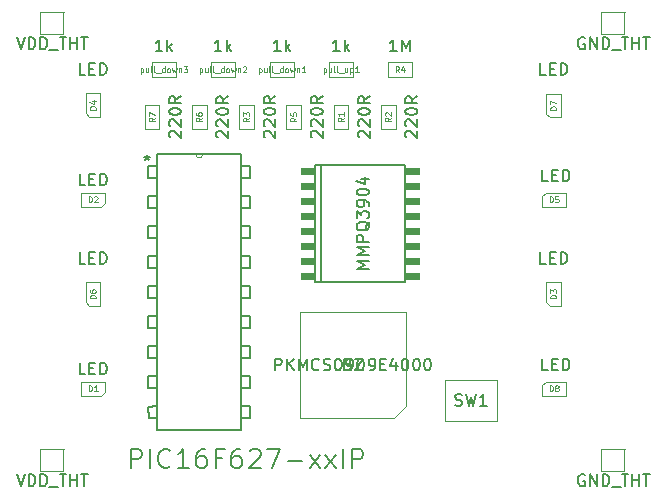
<source format=gbr>
%TF.GenerationSoftware,KiCad,Pcbnew,(6.0.9)*%
%TF.CreationDate,2023-11-13T18:20:47-08:00*%
%TF.ProjectId,music_card,6d757369-635f-4636-9172-642e6b696361,rev?*%
%TF.SameCoordinates,Original*%
%TF.FileFunction,AssemblyDrawing,Top*%
%FSLAX46Y46*%
G04 Gerber Fmt 4.6, Leading zero omitted, Abs format (unit mm)*
G04 Created by KiCad (PCBNEW (6.0.9)) date 2023-11-13 18:20:47*
%MOMM*%
%LPD*%
G01*
G04 APERTURE LIST*
%ADD10C,0.150000*%
%ADD11C,0.080000*%
%ADD12C,0.100000*%
%ADD13C,0.203200*%
%ADD14C,0.010000*%
%ADD15C,0.025400*%
%ADD16C,0.152400*%
G04 APERTURE END LIST*
D10*
%TO.C,D8*%
X156532142Y-123452380D02*
X156055952Y-123452380D01*
X156055952Y-122452380D01*
X156865476Y-122928571D02*
X157198809Y-122928571D01*
X157341666Y-123452380D02*
X156865476Y-123452380D01*
X156865476Y-122452380D01*
X157341666Y-122452380D01*
X157770238Y-123452380D02*
X157770238Y-122452380D01*
X158008333Y-122452380D01*
X158151190Y-122500000D01*
X158246428Y-122595238D01*
X158294047Y-122690476D01*
X158341666Y-122880952D01*
X158341666Y-123023809D01*
X158294047Y-123214285D01*
X158246428Y-123309523D01*
X158151190Y-123404761D01*
X158008333Y-123452380D01*
X157770238Y-123452380D01*
D11*
X156655952Y-125226190D02*
X156655952Y-124726190D01*
X156775000Y-124726190D01*
X156846428Y-124750000D01*
X156894047Y-124797619D01*
X156917857Y-124845238D01*
X156941666Y-124940476D01*
X156941666Y-125011904D01*
X156917857Y-125107142D01*
X156894047Y-125154761D01*
X156846428Y-125202380D01*
X156775000Y-125226190D01*
X156655952Y-125226190D01*
X157227380Y-124940476D02*
X157179761Y-124916666D01*
X157155952Y-124892857D01*
X157132142Y-124845238D01*
X157132142Y-124821428D01*
X157155952Y-124773809D01*
X157179761Y-124750000D01*
X157227380Y-124726190D01*
X157322619Y-124726190D01*
X157370238Y-124750000D01*
X157394047Y-124773809D01*
X157417857Y-124821428D01*
X157417857Y-124845238D01*
X157394047Y-124892857D01*
X157370238Y-124916666D01*
X157322619Y-124940476D01*
X157227380Y-124940476D01*
X157179761Y-124964285D01*
X157155952Y-124988095D01*
X157132142Y-125035714D01*
X157132142Y-125130952D01*
X157155952Y-125178571D01*
X157179761Y-125202380D01*
X157227380Y-125226190D01*
X157322619Y-125226190D01*
X157370238Y-125202380D01*
X157394047Y-125178571D01*
X157417857Y-125130952D01*
X157417857Y-125035714D01*
X157394047Y-124988095D01*
X157370238Y-124964285D01*
X157322619Y-124940476D01*
D10*
%TO.C,VDD_THT2*%
X111550000Y-95252380D02*
X111883333Y-96252380D01*
X112216666Y-95252380D01*
X112550000Y-96252380D02*
X112550000Y-95252380D01*
X112788095Y-95252380D01*
X112930952Y-95300000D01*
X113026190Y-95395238D01*
X113073809Y-95490476D01*
X113121428Y-95680952D01*
X113121428Y-95823809D01*
X113073809Y-96014285D01*
X113026190Y-96109523D01*
X112930952Y-96204761D01*
X112788095Y-96252380D01*
X112550000Y-96252380D01*
X113550000Y-96252380D02*
X113550000Y-95252380D01*
X113788095Y-95252380D01*
X113930952Y-95300000D01*
X114026190Y-95395238D01*
X114073809Y-95490476D01*
X114121428Y-95680952D01*
X114121428Y-95823809D01*
X114073809Y-96014285D01*
X114026190Y-96109523D01*
X113930952Y-96204761D01*
X113788095Y-96252380D01*
X113550000Y-96252380D01*
X114311904Y-96347619D02*
X115073809Y-96347619D01*
X115169047Y-95252380D02*
X115740476Y-95252380D01*
X115454761Y-96252380D02*
X115454761Y-95252380D01*
X116073809Y-96252380D02*
X116073809Y-95252380D01*
X116073809Y-95728571D02*
X116645238Y-95728571D01*
X116645238Y-96252380D02*
X116645238Y-95252380D01*
X116978571Y-95252380D02*
X117550000Y-95252380D01*
X117264285Y-96252380D02*
X117264285Y-95252380D01*
%TO.C,R7*%
X124547619Y-103738095D02*
X124500000Y-103690476D01*
X124452380Y-103595238D01*
X124452380Y-103357142D01*
X124500000Y-103261904D01*
X124547619Y-103214285D01*
X124642857Y-103166666D01*
X124738095Y-103166666D01*
X124880952Y-103214285D01*
X125452380Y-103785714D01*
X125452380Y-103166666D01*
X124547619Y-102785714D02*
X124500000Y-102738095D01*
X124452380Y-102642857D01*
X124452380Y-102404761D01*
X124500000Y-102309523D01*
X124547619Y-102261904D01*
X124642857Y-102214285D01*
X124738095Y-102214285D01*
X124880952Y-102261904D01*
X125452380Y-102833333D01*
X125452380Y-102214285D01*
X124452380Y-101595238D02*
X124452380Y-101500000D01*
X124500000Y-101404761D01*
X124547619Y-101357142D01*
X124642857Y-101309523D01*
X124833333Y-101261904D01*
X125071428Y-101261904D01*
X125261904Y-101309523D01*
X125357142Y-101357142D01*
X125404761Y-101404761D01*
X125452380Y-101500000D01*
X125452380Y-101595238D01*
X125404761Y-101690476D01*
X125357142Y-101738095D01*
X125261904Y-101785714D01*
X125071428Y-101833333D01*
X124833333Y-101833333D01*
X124642857Y-101785714D01*
X124547619Y-101738095D01*
X124500000Y-101690476D01*
X124452380Y-101595238D01*
X125452380Y-100261904D02*
X124976190Y-100595238D01*
X125452380Y-100833333D02*
X124452380Y-100833333D01*
X124452380Y-100452380D01*
X124500000Y-100357142D01*
X124547619Y-100309523D01*
X124642857Y-100261904D01*
X124785714Y-100261904D01*
X124880952Y-100309523D01*
X124928571Y-100357142D01*
X124976190Y-100452380D01*
X124976190Y-100833333D01*
D11*
X123226190Y-102083333D02*
X122988095Y-102250000D01*
X123226190Y-102369047D02*
X122726190Y-102369047D01*
X122726190Y-102178571D01*
X122750000Y-102130952D01*
X122773809Y-102107142D01*
X122821428Y-102083333D01*
X122892857Y-102083333D01*
X122940476Y-102107142D01*
X122964285Y-102130952D01*
X122988095Y-102178571D01*
X122988095Y-102369047D01*
X122726190Y-101916666D02*
X122726190Y-101583333D01*
X123226190Y-101797619D01*
D10*
%TO.C,U1*%
X141337380Y-114833333D02*
X140337380Y-114833333D01*
X141051666Y-114500000D01*
X140337380Y-114166666D01*
X141337380Y-114166666D01*
X141337380Y-113690476D02*
X140337380Y-113690476D01*
X141051666Y-113357142D01*
X140337380Y-113023809D01*
X141337380Y-113023809D01*
X141337380Y-112547619D02*
X140337380Y-112547619D01*
X140337380Y-112166666D01*
X140385000Y-112071428D01*
X140432619Y-112023809D01*
X140527857Y-111976190D01*
X140670714Y-111976190D01*
X140765952Y-112023809D01*
X140813571Y-112071428D01*
X140861190Y-112166666D01*
X140861190Y-112547619D01*
X141432619Y-110880952D02*
X141385000Y-110976190D01*
X141289761Y-111071428D01*
X141146904Y-111214285D01*
X141099285Y-111309523D01*
X141099285Y-111404761D01*
X141337380Y-111357142D02*
X141289761Y-111452380D01*
X141194523Y-111547619D01*
X141004047Y-111595238D01*
X140670714Y-111595238D01*
X140480238Y-111547619D01*
X140385000Y-111452380D01*
X140337380Y-111357142D01*
X140337380Y-111166666D01*
X140385000Y-111071428D01*
X140480238Y-110976190D01*
X140670714Y-110928571D01*
X141004047Y-110928571D01*
X141194523Y-110976190D01*
X141289761Y-111071428D01*
X141337380Y-111166666D01*
X141337380Y-111357142D01*
X140337380Y-110595238D02*
X140337380Y-109976190D01*
X140718333Y-110309523D01*
X140718333Y-110166666D01*
X140765952Y-110071428D01*
X140813571Y-110023809D01*
X140908809Y-109976190D01*
X141146904Y-109976190D01*
X141242142Y-110023809D01*
X141289761Y-110071428D01*
X141337380Y-110166666D01*
X141337380Y-110452380D01*
X141289761Y-110547619D01*
X141242142Y-110595238D01*
X141337380Y-109500000D02*
X141337380Y-109309523D01*
X141289761Y-109214285D01*
X141242142Y-109166666D01*
X141099285Y-109071428D01*
X140908809Y-109023809D01*
X140527857Y-109023809D01*
X140432619Y-109071428D01*
X140385000Y-109119047D01*
X140337380Y-109214285D01*
X140337380Y-109404761D01*
X140385000Y-109500000D01*
X140432619Y-109547619D01*
X140527857Y-109595238D01*
X140765952Y-109595238D01*
X140861190Y-109547619D01*
X140908809Y-109500000D01*
X140956428Y-109404761D01*
X140956428Y-109214285D01*
X140908809Y-109119047D01*
X140861190Y-109071428D01*
X140765952Y-109023809D01*
X140337380Y-108404761D02*
X140337380Y-108309523D01*
X140385000Y-108214285D01*
X140432619Y-108166666D01*
X140527857Y-108119047D01*
X140718333Y-108071428D01*
X140956428Y-108071428D01*
X141146904Y-108119047D01*
X141242142Y-108166666D01*
X141289761Y-108214285D01*
X141337380Y-108309523D01*
X141337380Y-108404761D01*
X141289761Y-108500000D01*
X141242142Y-108547619D01*
X141146904Y-108595238D01*
X140956428Y-108642857D01*
X140718333Y-108642857D01*
X140527857Y-108595238D01*
X140432619Y-108547619D01*
X140385000Y-108500000D01*
X140337380Y-108404761D01*
X140670714Y-107214285D02*
X141337380Y-107214285D01*
X140289761Y-107452380D02*
X141004047Y-107690476D01*
X141004047Y-107071428D01*
%TO.C,D6*%
X117357142Y-114452380D02*
X116880952Y-114452380D01*
X116880952Y-113452380D01*
X117690476Y-113928571D02*
X118023809Y-113928571D01*
X118166666Y-114452380D02*
X117690476Y-114452380D01*
X117690476Y-113452380D01*
X118166666Y-113452380D01*
X118595238Y-114452380D02*
X118595238Y-113452380D01*
X118833333Y-113452380D01*
X118976190Y-113500000D01*
X119071428Y-113595238D01*
X119119047Y-113690476D01*
X119166666Y-113880952D01*
X119166666Y-114023809D01*
X119119047Y-114214285D01*
X119071428Y-114309523D01*
X118976190Y-114404761D01*
X118833333Y-114452380D01*
X118595238Y-114452380D01*
D11*
X118226190Y-117369047D02*
X117726190Y-117369047D01*
X117726190Y-117250000D01*
X117750000Y-117178571D01*
X117797619Y-117130952D01*
X117845238Y-117107142D01*
X117940476Y-117083333D01*
X118011904Y-117083333D01*
X118107142Y-117107142D01*
X118154761Y-117130952D01*
X118202380Y-117178571D01*
X118226190Y-117250000D01*
X118226190Y-117369047D01*
X117726190Y-116654761D02*
X117726190Y-116750000D01*
X117750000Y-116797619D01*
X117773809Y-116821428D01*
X117845238Y-116869047D01*
X117940476Y-116892857D01*
X118130952Y-116892857D01*
X118178571Y-116869047D01*
X118202380Y-116845238D01*
X118226190Y-116797619D01*
X118226190Y-116702380D01*
X118202380Y-116654761D01*
X118178571Y-116630952D01*
X118130952Y-116607142D01*
X118011904Y-116607142D01*
X117964285Y-116630952D01*
X117940476Y-116654761D01*
X117916666Y-116702380D01*
X117916666Y-116797619D01*
X117940476Y-116845238D01*
X117964285Y-116869047D01*
X118011904Y-116892857D01*
D10*
%TO.C,GND_THT1*%
X159621428Y-95300000D02*
X159526190Y-95252380D01*
X159383333Y-95252380D01*
X159240476Y-95300000D01*
X159145238Y-95395238D01*
X159097619Y-95490476D01*
X159050000Y-95680952D01*
X159050000Y-95823809D01*
X159097619Y-96014285D01*
X159145238Y-96109523D01*
X159240476Y-96204761D01*
X159383333Y-96252380D01*
X159478571Y-96252380D01*
X159621428Y-96204761D01*
X159669047Y-96157142D01*
X159669047Y-95823809D01*
X159478571Y-95823809D01*
X160097619Y-96252380D02*
X160097619Y-95252380D01*
X160669047Y-96252380D01*
X160669047Y-95252380D01*
X161145238Y-96252380D02*
X161145238Y-95252380D01*
X161383333Y-95252380D01*
X161526190Y-95300000D01*
X161621428Y-95395238D01*
X161669047Y-95490476D01*
X161716666Y-95680952D01*
X161716666Y-95823809D01*
X161669047Y-96014285D01*
X161621428Y-96109523D01*
X161526190Y-96204761D01*
X161383333Y-96252380D01*
X161145238Y-96252380D01*
X161907142Y-96347619D02*
X162669047Y-96347619D01*
X162764285Y-95252380D02*
X163335714Y-95252380D01*
X163050000Y-96252380D02*
X163050000Y-95252380D01*
X163669047Y-96252380D02*
X163669047Y-95252380D01*
X163669047Y-95728571D02*
X164240476Y-95728571D01*
X164240476Y-96252380D02*
X164240476Y-95252380D01*
X164573809Y-95252380D02*
X165145238Y-95252380D01*
X164859523Y-96252380D02*
X164859523Y-95252380D01*
%TO.C,R1*%
X140547619Y-103738095D02*
X140500000Y-103690476D01*
X140452380Y-103595238D01*
X140452380Y-103357142D01*
X140500000Y-103261904D01*
X140547619Y-103214285D01*
X140642857Y-103166666D01*
X140738095Y-103166666D01*
X140880952Y-103214285D01*
X141452380Y-103785714D01*
X141452380Y-103166666D01*
X140547619Y-102785714D02*
X140500000Y-102738095D01*
X140452380Y-102642857D01*
X140452380Y-102404761D01*
X140500000Y-102309523D01*
X140547619Y-102261904D01*
X140642857Y-102214285D01*
X140738095Y-102214285D01*
X140880952Y-102261904D01*
X141452380Y-102833333D01*
X141452380Y-102214285D01*
X140452380Y-101595238D02*
X140452380Y-101500000D01*
X140500000Y-101404761D01*
X140547619Y-101357142D01*
X140642857Y-101309523D01*
X140833333Y-101261904D01*
X141071428Y-101261904D01*
X141261904Y-101309523D01*
X141357142Y-101357142D01*
X141404761Y-101404761D01*
X141452380Y-101500000D01*
X141452380Y-101595238D01*
X141404761Y-101690476D01*
X141357142Y-101738095D01*
X141261904Y-101785714D01*
X141071428Y-101833333D01*
X140833333Y-101833333D01*
X140642857Y-101785714D01*
X140547619Y-101738095D01*
X140500000Y-101690476D01*
X140452380Y-101595238D01*
X141452380Y-100261904D02*
X140976190Y-100595238D01*
X141452380Y-100833333D02*
X140452380Y-100833333D01*
X140452380Y-100452380D01*
X140500000Y-100357142D01*
X140547619Y-100309523D01*
X140642857Y-100261904D01*
X140785714Y-100261904D01*
X140880952Y-100309523D01*
X140928571Y-100357142D01*
X140976190Y-100452380D01*
X140976190Y-100833333D01*
D11*
X139226190Y-102083333D02*
X138988095Y-102250000D01*
X139226190Y-102369047D02*
X138726190Y-102369047D01*
X138726190Y-102178571D01*
X138750000Y-102130952D01*
X138773809Y-102107142D01*
X138821428Y-102083333D01*
X138892857Y-102083333D01*
X138940476Y-102107142D01*
X138964285Y-102130952D01*
X138988095Y-102178571D01*
X138988095Y-102369047D01*
X139226190Y-101607142D02*
X139226190Y-101892857D01*
X139226190Y-101750000D02*
X138726190Y-101750000D01*
X138797619Y-101797619D01*
X138845238Y-101845238D01*
X138869047Y-101892857D01*
D10*
%TO.C,D3*%
X156357142Y-114452380D02*
X155880952Y-114452380D01*
X155880952Y-113452380D01*
X156690476Y-113928571D02*
X157023809Y-113928571D01*
X157166666Y-114452380D02*
X156690476Y-114452380D01*
X156690476Y-113452380D01*
X157166666Y-113452380D01*
X157595238Y-114452380D02*
X157595238Y-113452380D01*
X157833333Y-113452380D01*
X157976190Y-113500000D01*
X158071428Y-113595238D01*
X158119047Y-113690476D01*
X158166666Y-113880952D01*
X158166666Y-114023809D01*
X158119047Y-114214285D01*
X158071428Y-114309523D01*
X157976190Y-114404761D01*
X157833333Y-114452380D01*
X157595238Y-114452380D01*
D11*
X157226190Y-117369047D02*
X156726190Y-117369047D01*
X156726190Y-117250000D01*
X156750000Y-117178571D01*
X156797619Y-117130952D01*
X156845238Y-117107142D01*
X156940476Y-117083333D01*
X157011904Y-117083333D01*
X157107142Y-117107142D01*
X157154761Y-117130952D01*
X157202380Y-117178571D01*
X157226190Y-117250000D01*
X157226190Y-117369047D01*
X156726190Y-116916666D02*
X156726190Y-116607142D01*
X156916666Y-116773809D01*
X156916666Y-116702380D01*
X156940476Y-116654761D01*
X156964285Y-116630952D01*
X157011904Y-116607142D01*
X157130952Y-116607142D01*
X157178571Y-116630952D01*
X157202380Y-116654761D01*
X157226190Y-116702380D01*
X157226190Y-116845238D01*
X157202380Y-116892857D01*
X157178571Y-116916666D01*
D10*
%TO.C,GND_THT2*%
X159621428Y-132300000D02*
X159526190Y-132252380D01*
X159383333Y-132252380D01*
X159240476Y-132300000D01*
X159145238Y-132395238D01*
X159097619Y-132490476D01*
X159050000Y-132680952D01*
X159050000Y-132823809D01*
X159097619Y-133014285D01*
X159145238Y-133109523D01*
X159240476Y-133204761D01*
X159383333Y-133252380D01*
X159478571Y-133252380D01*
X159621428Y-133204761D01*
X159669047Y-133157142D01*
X159669047Y-132823809D01*
X159478571Y-132823809D01*
X160097619Y-133252380D02*
X160097619Y-132252380D01*
X160669047Y-133252380D01*
X160669047Y-132252380D01*
X161145238Y-133252380D02*
X161145238Y-132252380D01*
X161383333Y-132252380D01*
X161526190Y-132300000D01*
X161621428Y-132395238D01*
X161669047Y-132490476D01*
X161716666Y-132680952D01*
X161716666Y-132823809D01*
X161669047Y-133014285D01*
X161621428Y-133109523D01*
X161526190Y-133204761D01*
X161383333Y-133252380D01*
X161145238Y-133252380D01*
X161907142Y-133347619D02*
X162669047Y-133347619D01*
X162764285Y-132252380D02*
X163335714Y-132252380D01*
X163050000Y-133252380D02*
X163050000Y-132252380D01*
X163669047Y-133252380D02*
X163669047Y-132252380D01*
X163669047Y-132728571D02*
X164240476Y-132728571D01*
X164240476Y-133252380D02*
X164240476Y-132252380D01*
X164573809Y-132252380D02*
X165145238Y-132252380D01*
X164859523Y-133252380D02*
X164859523Y-132252380D01*
%TO.C,R3*%
X132547619Y-103738095D02*
X132500000Y-103690476D01*
X132452380Y-103595238D01*
X132452380Y-103357142D01*
X132500000Y-103261904D01*
X132547619Y-103214285D01*
X132642857Y-103166666D01*
X132738095Y-103166666D01*
X132880952Y-103214285D01*
X133452380Y-103785714D01*
X133452380Y-103166666D01*
X132547619Y-102785714D02*
X132500000Y-102738095D01*
X132452380Y-102642857D01*
X132452380Y-102404761D01*
X132500000Y-102309523D01*
X132547619Y-102261904D01*
X132642857Y-102214285D01*
X132738095Y-102214285D01*
X132880952Y-102261904D01*
X133452380Y-102833333D01*
X133452380Y-102214285D01*
X132452380Y-101595238D02*
X132452380Y-101500000D01*
X132500000Y-101404761D01*
X132547619Y-101357142D01*
X132642857Y-101309523D01*
X132833333Y-101261904D01*
X133071428Y-101261904D01*
X133261904Y-101309523D01*
X133357142Y-101357142D01*
X133404761Y-101404761D01*
X133452380Y-101500000D01*
X133452380Y-101595238D01*
X133404761Y-101690476D01*
X133357142Y-101738095D01*
X133261904Y-101785714D01*
X133071428Y-101833333D01*
X132833333Y-101833333D01*
X132642857Y-101785714D01*
X132547619Y-101738095D01*
X132500000Y-101690476D01*
X132452380Y-101595238D01*
X133452380Y-100261904D02*
X132976190Y-100595238D01*
X133452380Y-100833333D02*
X132452380Y-100833333D01*
X132452380Y-100452380D01*
X132500000Y-100357142D01*
X132547619Y-100309523D01*
X132642857Y-100261904D01*
X132785714Y-100261904D01*
X132880952Y-100309523D01*
X132928571Y-100357142D01*
X132976190Y-100452380D01*
X132976190Y-100833333D01*
D11*
X131226190Y-102083333D02*
X130988095Y-102250000D01*
X131226190Y-102369047D02*
X130726190Y-102369047D01*
X130726190Y-102178571D01*
X130750000Y-102130952D01*
X130773809Y-102107142D01*
X130821428Y-102083333D01*
X130892857Y-102083333D01*
X130940476Y-102107142D01*
X130964285Y-102130952D01*
X130988095Y-102178571D01*
X130988095Y-102369047D01*
X130726190Y-101916666D02*
X130726190Y-101607142D01*
X130916666Y-101773809D01*
X130916666Y-101702380D01*
X130940476Y-101654761D01*
X130964285Y-101630952D01*
X131011904Y-101607142D01*
X131130952Y-101607142D01*
X131178571Y-101630952D01*
X131202380Y-101654761D01*
X131226190Y-101702380D01*
X131226190Y-101845238D01*
X131202380Y-101892857D01*
X131178571Y-101916666D01*
D10*
%TO.C,SW1*%
X148666666Y-126404761D02*
X148809523Y-126452380D01*
X149047619Y-126452380D01*
X149142857Y-126404761D01*
X149190476Y-126357142D01*
X149238095Y-126261904D01*
X149238095Y-126166666D01*
X149190476Y-126071428D01*
X149142857Y-126023809D01*
X149047619Y-125976190D01*
X148857142Y-125928571D01*
X148761904Y-125880952D01*
X148714285Y-125833333D01*
X148666666Y-125738095D01*
X148666666Y-125642857D01*
X148714285Y-125547619D01*
X148761904Y-125500000D01*
X148857142Y-125452380D01*
X149095238Y-125452380D01*
X149238095Y-125500000D01*
X149571428Y-125452380D02*
X149809523Y-126452380D01*
X150000000Y-125738095D01*
X150190476Y-126452380D01*
X150428571Y-125452380D01*
X151333333Y-126452380D02*
X150761904Y-126452380D01*
X151047619Y-126452380D02*
X151047619Y-125452380D01*
X150952380Y-125595238D01*
X150857142Y-125690476D01*
X150761904Y-125738095D01*
%TO.C,R5*%
X136547619Y-103738095D02*
X136500000Y-103690476D01*
X136452380Y-103595238D01*
X136452380Y-103357142D01*
X136500000Y-103261904D01*
X136547619Y-103214285D01*
X136642857Y-103166666D01*
X136738095Y-103166666D01*
X136880952Y-103214285D01*
X137452380Y-103785714D01*
X137452380Y-103166666D01*
X136547619Y-102785714D02*
X136500000Y-102738095D01*
X136452380Y-102642857D01*
X136452380Y-102404761D01*
X136500000Y-102309523D01*
X136547619Y-102261904D01*
X136642857Y-102214285D01*
X136738095Y-102214285D01*
X136880952Y-102261904D01*
X137452380Y-102833333D01*
X137452380Y-102214285D01*
X136452380Y-101595238D02*
X136452380Y-101500000D01*
X136500000Y-101404761D01*
X136547619Y-101357142D01*
X136642857Y-101309523D01*
X136833333Y-101261904D01*
X137071428Y-101261904D01*
X137261904Y-101309523D01*
X137357142Y-101357142D01*
X137404761Y-101404761D01*
X137452380Y-101500000D01*
X137452380Y-101595238D01*
X137404761Y-101690476D01*
X137357142Y-101738095D01*
X137261904Y-101785714D01*
X137071428Y-101833333D01*
X136833333Y-101833333D01*
X136642857Y-101785714D01*
X136547619Y-101738095D01*
X136500000Y-101690476D01*
X136452380Y-101595238D01*
X137452380Y-100261904D02*
X136976190Y-100595238D01*
X137452380Y-100833333D02*
X136452380Y-100833333D01*
X136452380Y-100452380D01*
X136500000Y-100357142D01*
X136547619Y-100309523D01*
X136642857Y-100261904D01*
X136785714Y-100261904D01*
X136880952Y-100309523D01*
X136928571Y-100357142D01*
X136976190Y-100452380D01*
X136976190Y-100833333D01*
D11*
X135226190Y-102083333D02*
X134988095Y-102250000D01*
X135226190Y-102369047D02*
X134726190Y-102369047D01*
X134726190Y-102178571D01*
X134750000Y-102130952D01*
X134773809Y-102107142D01*
X134821428Y-102083333D01*
X134892857Y-102083333D01*
X134940476Y-102107142D01*
X134964285Y-102130952D01*
X134988095Y-102178571D01*
X134988095Y-102369047D01*
X134726190Y-101630952D02*
X134726190Y-101869047D01*
X134964285Y-101892857D01*
X134940476Y-101869047D01*
X134916666Y-101821428D01*
X134916666Y-101702380D01*
X134940476Y-101654761D01*
X134964285Y-101630952D01*
X135011904Y-101607142D01*
X135130952Y-101607142D01*
X135178571Y-101630952D01*
X135202380Y-101654761D01*
X135226190Y-101702380D01*
X135226190Y-101821428D01*
X135202380Y-101869047D01*
X135178571Y-101892857D01*
D10*
%TO.C,pull_down1*%
X133880952Y-96452380D02*
X133309523Y-96452380D01*
X133595238Y-96452380D02*
X133595238Y-95452380D01*
X133500000Y-95595238D01*
X133404761Y-95690476D01*
X133309523Y-95738095D01*
X134309523Y-96452380D02*
X134309523Y-95452380D01*
X134404761Y-96071428D02*
X134690476Y-96452380D01*
X134690476Y-95785714D02*
X134309523Y-96166666D01*
D11*
X132035714Y-97892857D02*
X132035714Y-98392857D01*
X132035714Y-97916666D02*
X132083333Y-97892857D01*
X132178571Y-97892857D01*
X132226190Y-97916666D01*
X132250000Y-97940476D01*
X132273809Y-97988095D01*
X132273809Y-98130952D01*
X132250000Y-98178571D01*
X132226190Y-98202380D01*
X132178571Y-98226190D01*
X132083333Y-98226190D01*
X132035714Y-98202380D01*
X132702380Y-97892857D02*
X132702380Y-98226190D01*
X132488095Y-97892857D02*
X132488095Y-98154761D01*
X132511904Y-98202380D01*
X132559523Y-98226190D01*
X132630952Y-98226190D01*
X132678571Y-98202380D01*
X132702380Y-98178571D01*
X133011904Y-98226190D02*
X132964285Y-98202380D01*
X132940476Y-98154761D01*
X132940476Y-97726190D01*
X133273809Y-98226190D02*
X133226190Y-98202380D01*
X133202380Y-98154761D01*
X133202380Y-97726190D01*
X133345238Y-98273809D02*
X133726190Y-98273809D01*
X134059523Y-98226190D02*
X134059523Y-97726190D01*
X134059523Y-98202380D02*
X134011904Y-98226190D01*
X133916666Y-98226190D01*
X133869047Y-98202380D01*
X133845238Y-98178571D01*
X133821428Y-98130952D01*
X133821428Y-97988095D01*
X133845238Y-97940476D01*
X133869047Y-97916666D01*
X133916666Y-97892857D01*
X134011904Y-97892857D01*
X134059523Y-97916666D01*
X134369047Y-98226190D02*
X134321428Y-98202380D01*
X134297619Y-98178571D01*
X134273809Y-98130952D01*
X134273809Y-97988095D01*
X134297619Y-97940476D01*
X134321428Y-97916666D01*
X134369047Y-97892857D01*
X134440476Y-97892857D01*
X134488095Y-97916666D01*
X134511904Y-97940476D01*
X134535714Y-97988095D01*
X134535714Y-98130952D01*
X134511904Y-98178571D01*
X134488095Y-98202380D01*
X134440476Y-98226190D01*
X134369047Y-98226190D01*
X134702380Y-97892857D02*
X134797619Y-98226190D01*
X134892857Y-97988095D01*
X134988095Y-98226190D01*
X135083333Y-97892857D01*
X135273809Y-97892857D02*
X135273809Y-98226190D01*
X135273809Y-97940476D02*
X135297619Y-97916666D01*
X135345238Y-97892857D01*
X135416666Y-97892857D01*
X135464285Y-97916666D01*
X135488095Y-97964285D01*
X135488095Y-98226190D01*
X135988095Y-98226190D02*
X135702380Y-98226190D01*
X135845238Y-98226190D02*
X135845238Y-97726190D01*
X135797619Y-97797619D01*
X135750000Y-97845238D01*
X135702380Y-97869047D01*
D10*
%TO.C,D1*%
X117357142Y-123802380D02*
X116880952Y-123802380D01*
X116880952Y-122802380D01*
X117690476Y-123278571D02*
X118023809Y-123278571D01*
X118166666Y-123802380D02*
X117690476Y-123802380D01*
X117690476Y-122802380D01*
X118166666Y-122802380D01*
X118595238Y-123802380D02*
X118595238Y-122802380D01*
X118833333Y-122802380D01*
X118976190Y-122850000D01*
X119071428Y-122945238D01*
X119119047Y-123040476D01*
X119166666Y-123230952D01*
X119166666Y-123373809D01*
X119119047Y-123564285D01*
X119071428Y-123659523D01*
X118976190Y-123754761D01*
X118833333Y-123802380D01*
X118595238Y-123802380D01*
D11*
X117630952Y-125226190D02*
X117630952Y-124726190D01*
X117750000Y-124726190D01*
X117821428Y-124750000D01*
X117869047Y-124797619D01*
X117892857Y-124845238D01*
X117916666Y-124940476D01*
X117916666Y-125011904D01*
X117892857Y-125107142D01*
X117869047Y-125154761D01*
X117821428Y-125202380D01*
X117750000Y-125226190D01*
X117630952Y-125226190D01*
X118392857Y-125226190D02*
X118107142Y-125226190D01*
X118250000Y-125226190D02*
X118250000Y-124726190D01*
X118202380Y-124797619D01*
X118154761Y-124845238D01*
X118107142Y-124869047D01*
D10*
%TO.C,D5*%
X156532142Y-107452380D02*
X156055952Y-107452380D01*
X156055952Y-106452380D01*
X156865476Y-106928571D02*
X157198809Y-106928571D01*
X157341666Y-107452380D02*
X156865476Y-107452380D01*
X156865476Y-106452380D01*
X157341666Y-106452380D01*
X157770238Y-107452380D02*
X157770238Y-106452380D01*
X158008333Y-106452380D01*
X158151190Y-106500000D01*
X158246428Y-106595238D01*
X158294047Y-106690476D01*
X158341666Y-106880952D01*
X158341666Y-107023809D01*
X158294047Y-107214285D01*
X158246428Y-107309523D01*
X158151190Y-107404761D01*
X158008333Y-107452380D01*
X157770238Y-107452380D01*
D11*
X156655952Y-109226190D02*
X156655952Y-108726190D01*
X156775000Y-108726190D01*
X156846428Y-108750000D01*
X156894047Y-108797619D01*
X156917857Y-108845238D01*
X156941666Y-108940476D01*
X156941666Y-109011904D01*
X156917857Y-109107142D01*
X156894047Y-109154761D01*
X156846428Y-109202380D01*
X156775000Y-109226190D01*
X156655952Y-109226190D01*
X157394047Y-108726190D02*
X157155952Y-108726190D01*
X157132142Y-108964285D01*
X157155952Y-108940476D01*
X157203571Y-108916666D01*
X157322619Y-108916666D01*
X157370238Y-108940476D01*
X157394047Y-108964285D01*
X157417857Y-109011904D01*
X157417857Y-109130952D01*
X157394047Y-109178571D01*
X157370238Y-109202380D01*
X157322619Y-109226190D01*
X157203571Y-109226190D01*
X157155952Y-109202380D01*
X157132142Y-109178571D01*
D10*
%TO.C,R2*%
X144547619Y-103738095D02*
X144500000Y-103690476D01*
X144452380Y-103595238D01*
X144452380Y-103357142D01*
X144500000Y-103261904D01*
X144547619Y-103214285D01*
X144642857Y-103166666D01*
X144738095Y-103166666D01*
X144880952Y-103214285D01*
X145452380Y-103785714D01*
X145452380Y-103166666D01*
X144547619Y-102785714D02*
X144500000Y-102738095D01*
X144452380Y-102642857D01*
X144452380Y-102404761D01*
X144500000Y-102309523D01*
X144547619Y-102261904D01*
X144642857Y-102214285D01*
X144738095Y-102214285D01*
X144880952Y-102261904D01*
X145452380Y-102833333D01*
X145452380Y-102214285D01*
X144452380Y-101595238D02*
X144452380Y-101500000D01*
X144500000Y-101404761D01*
X144547619Y-101357142D01*
X144642857Y-101309523D01*
X144833333Y-101261904D01*
X145071428Y-101261904D01*
X145261904Y-101309523D01*
X145357142Y-101357142D01*
X145404761Y-101404761D01*
X145452380Y-101500000D01*
X145452380Y-101595238D01*
X145404761Y-101690476D01*
X145357142Y-101738095D01*
X145261904Y-101785714D01*
X145071428Y-101833333D01*
X144833333Y-101833333D01*
X144642857Y-101785714D01*
X144547619Y-101738095D01*
X144500000Y-101690476D01*
X144452380Y-101595238D01*
X145452380Y-100261904D02*
X144976190Y-100595238D01*
X145452380Y-100833333D02*
X144452380Y-100833333D01*
X144452380Y-100452380D01*
X144500000Y-100357142D01*
X144547619Y-100309523D01*
X144642857Y-100261904D01*
X144785714Y-100261904D01*
X144880952Y-100309523D01*
X144928571Y-100357142D01*
X144976190Y-100452380D01*
X144976190Y-100833333D01*
D11*
X143226190Y-102083333D02*
X142988095Y-102250000D01*
X143226190Y-102369047D02*
X142726190Y-102369047D01*
X142726190Y-102178571D01*
X142750000Y-102130952D01*
X142773809Y-102107142D01*
X142821428Y-102083333D01*
X142892857Y-102083333D01*
X142940476Y-102107142D01*
X142964285Y-102130952D01*
X142988095Y-102178571D01*
X142988095Y-102369047D01*
X142773809Y-101892857D02*
X142750000Y-101869047D01*
X142726190Y-101821428D01*
X142726190Y-101702380D01*
X142750000Y-101654761D01*
X142773809Y-101630952D01*
X142821428Y-101607142D01*
X142869047Y-101607142D01*
X142940476Y-101630952D01*
X143226190Y-101916666D01*
X143226190Y-101607142D01*
D10*
%TO.C,U2*%
X121183987Y-131743044D02*
X121183987Y-130100524D01*
X121809709Y-130100524D01*
X121966140Y-130178740D01*
X122044355Y-130256955D01*
X122122570Y-130413385D01*
X122122570Y-130648031D01*
X122044355Y-130804461D01*
X121966140Y-130882677D01*
X121809709Y-130960892D01*
X121183987Y-130960892D01*
X122826507Y-131743044D02*
X122826507Y-130100524D01*
X124547242Y-131586614D02*
X124469027Y-131664829D01*
X124234381Y-131743044D01*
X124077951Y-131743044D01*
X123843305Y-131664829D01*
X123686875Y-131508399D01*
X123608660Y-131351968D01*
X123530444Y-131039107D01*
X123530444Y-130804461D01*
X123608660Y-130491600D01*
X123686875Y-130335170D01*
X123843305Y-130178740D01*
X124077951Y-130100524D01*
X124234381Y-130100524D01*
X124469027Y-130178740D01*
X124547242Y-130256955D01*
X126111547Y-131743044D02*
X125172964Y-131743044D01*
X125642256Y-131743044D02*
X125642256Y-130100524D01*
X125485825Y-130335170D01*
X125329395Y-130491600D01*
X125172964Y-130569816D01*
X127519421Y-130100524D02*
X127206560Y-130100524D01*
X127050130Y-130178740D01*
X126971915Y-130256955D01*
X126815484Y-130491600D01*
X126737269Y-130804461D01*
X126737269Y-131430183D01*
X126815484Y-131586614D01*
X126893700Y-131664829D01*
X127050130Y-131743044D01*
X127362991Y-131743044D01*
X127519421Y-131664829D01*
X127597637Y-131586614D01*
X127675852Y-131430183D01*
X127675852Y-131039107D01*
X127597637Y-130882677D01*
X127519421Y-130804461D01*
X127362991Y-130726246D01*
X127050130Y-130726246D01*
X126893700Y-130804461D01*
X126815484Y-130882677D01*
X126737269Y-131039107D01*
X128927296Y-130882677D02*
X128379789Y-130882677D01*
X128379789Y-131743044D02*
X128379789Y-130100524D01*
X129161941Y-130100524D01*
X130491600Y-130100524D02*
X130178740Y-130100524D01*
X130022309Y-130178740D01*
X129944094Y-130256955D01*
X129787663Y-130491600D01*
X129709448Y-130804461D01*
X129709448Y-131430183D01*
X129787663Y-131586614D01*
X129865879Y-131664829D01*
X130022309Y-131743044D01*
X130335170Y-131743044D01*
X130491600Y-131664829D01*
X130569816Y-131586614D01*
X130648031Y-131430183D01*
X130648031Y-131039107D01*
X130569816Y-130882677D01*
X130491600Y-130804461D01*
X130335170Y-130726246D01*
X130022309Y-130726246D01*
X129865879Y-130804461D01*
X129787663Y-130882677D01*
X129709448Y-131039107D01*
X131273753Y-130256955D02*
X131351968Y-130178740D01*
X131508399Y-130100524D01*
X131899475Y-130100524D01*
X132055905Y-130178740D01*
X132134120Y-130256955D01*
X132212336Y-130413385D01*
X132212336Y-130569816D01*
X132134120Y-130804461D01*
X131195538Y-131743044D01*
X132212336Y-131743044D01*
X132759842Y-130100524D02*
X133854856Y-130100524D01*
X133150919Y-131743044D01*
X134480578Y-131117322D02*
X135732021Y-131117322D01*
X136357743Y-131743044D02*
X137218111Y-130648031D01*
X136357743Y-130648031D02*
X137218111Y-131743044D01*
X137687402Y-131743044D02*
X138547770Y-130648031D01*
X137687402Y-130648031D02*
X138547770Y-131743044D01*
X139173492Y-131743044D02*
X139173492Y-130100524D01*
X139955644Y-131743044D02*
X139955644Y-130100524D01*
X140581366Y-130100524D01*
X140737797Y-130178740D01*
X140816012Y-130256955D01*
X140894227Y-130413385D01*
X140894227Y-130648031D01*
X140816012Y-130804461D01*
X140737797Y-130882677D01*
X140581366Y-130960892D01*
X139955644Y-130960892D01*
X122590550Y-105228363D02*
X122590550Y-105466901D01*
X122352012Y-105371486D02*
X122590550Y-105466901D01*
X122829087Y-105371486D01*
X122447427Y-105657731D02*
X122590550Y-105466901D01*
X122733672Y-105657731D01*
%TO.C,D4*%
X117357142Y-98452380D02*
X116880952Y-98452380D01*
X116880952Y-97452380D01*
X117690476Y-97928571D02*
X118023809Y-97928571D01*
X118166666Y-98452380D02*
X117690476Y-98452380D01*
X117690476Y-97452380D01*
X118166666Y-97452380D01*
X118595238Y-98452380D02*
X118595238Y-97452380D01*
X118833333Y-97452380D01*
X118976190Y-97500000D01*
X119071428Y-97595238D01*
X119119047Y-97690476D01*
X119166666Y-97880952D01*
X119166666Y-98023809D01*
X119119047Y-98214285D01*
X119071428Y-98309523D01*
X118976190Y-98404761D01*
X118833333Y-98452380D01*
X118595238Y-98452380D01*
D11*
X118226190Y-101369047D02*
X117726190Y-101369047D01*
X117726190Y-101250000D01*
X117750000Y-101178571D01*
X117797619Y-101130952D01*
X117845238Y-101107142D01*
X117940476Y-101083333D01*
X118011904Y-101083333D01*
X118107142Y-101107142D01*
X118154761Y-101130952D01*
X118202380Y-101178571D01*
X118226190Y-101250000D01*
X118226190Y-101369047D01*
X117892857Y-100654761D02*
X118226190Y-100654761D01*
X117702380Y-100773809D02*
X118059523Y-100892857D01*
X118059523Y-100583333D01*
D10*
%TO.C,D2*%
X117357142Y-107802380D02*
X116880952Y-107802380D01*
X116880952Y-106802380D01*
X117690476Y-107278571D02*
X118023809Y-107278571D01*
X118166666Y-107802380D02*
X117690476Y-107802380D01*
X117690476Y-106802380D01*
X118166666Y-106802380D01*
X118595238Y-107802380D02*
X118595238Y-106802380D01*
X118833333Y-106802380D01*
X118976190Y-106850000D01*
X119071428Y-106945238D01*
X119119047Y-107040476D01*
X119166666Y-107230952D01*
X119166666Y-107373809D01*
X119119047Y-107564285D01*
X119071428Y-107659523D01*
X118976190Y-107754761D01*
X118833333Y-107802380D01*
X118595238Y-107802380D01*
D11*
X117630952Y-109226190D02*
X117630952Y-108726190D01*
X117750000Y-108726190D01*
X117821428Y-108750000D01*
X117869047Y-108797619D01*
X117892857Y-108845238D01*
X117916666Y-108940476D01*
X117916666Y-109011904D01*
X117892857Y-109107142D01*
X117869047Y-109154761D01*
X117821428Y-109202380D01*
X117750000Y-109226190D01*
X117630952Y-109226190D01*
X118107142Y-108773809D02*
X118130952Y-108750000D01*
X118178571Y-108726190D01*
X118297619Y-108726190D01*
X118345238Y-108750000D01*
X118369047Y-108773809D01*
X118392857Y-108821428D01*
X118392857Y-108869047D01*
X118369047Y-108940476D01*
X118083333Y-109226190D01*
X118392857Y-109226190D01*
D10*
%TO.C,pull_down2*%
X128880952Y-96452380D02*
X128309523Y-96452380D01*
X128595238Y-96452380D02*
X128595238Y-95452380D01*
X128500000Y-95595238D01*
X128404761Y-95690476D01*
X128309523Y-95738095D01*
X129309523Y-96452380D02*
X129309523Y-95452380D01*
X129404761Y-96071428D02*
X129690476Y-96452380D01*
X129690476Y-95785714D02*
X129309523Y-96166666D01*
D11*
X127035714Y-97892857D02*
X127035714Y-98392857D01*
X127035714Y-97916666D02*
X127083333Y-97892857D01*
X127178571Y-97892857D01*
X127226190Y-97916666D01*
X127250000Y-97940476D01*
X127273809Y-97988095D01*
X127273809Y-98130952D01*
X127250000Y-98178571D01*
X127226190Y-98202380D01*
X127178571Y-98226190D01*
X127083333Y-98226190D01*
X127035714Y-98202380D01*
X127702380Y-97892857D02*
X127702380Y-98226190D01*
X127488095Y-97892857D02*
X127488095Y-98154761D01*
X127511904Y-98202380D01*
X127559523Y-98226190D01*
X127630952Y-98226190D01*
X127678571Y-98202380D01*
X127702380Y-98178571D01*
X128011904Y-98226190D02*
X127964285Y-98202380D01*
X127940476Y-98154761D01*
X127940476Y-97726190D01*
X128273809Y-98226190D02*
X128226190Y-98202380D01*
X128202380Y-98154761D01*
X128202380Y-97726190D01*
X128345238Y-98273809D02*
X128726190Y-98273809D01*
X129059523Y-98226190D02*
X129059523Y-97726190D01*
X129059523Y-98202380D02*
X129011904Y-98226190D01*
X128916666Y-98226190D01*
X128869047Y-98202380D01*
X128845238Y-98178571D01*
X128821428Y-98130952D01*
X128821428Y-97988095D01*
X128845238Y-97940476D01*
X128869047Y-97916666D01*
X128916666Y-97892857D01*
X129011904Y-97892857D01*
X129059523Y-97916666D01*
X129369047Y-98226190D02*
X129321428Y-98202380D01*
X129297619Y-98178571D01*
X129273809Y-98130952D01*
X129273809Y-97988095D01*
X129297619Y-97940476D01*
X129321428Y-97916666D01*
X129369047Y-97892857D01*
X129440476Y-97892857D01*
X129488095Y-97916666D01*
X129511904Y-97940476D01*
X129535714Y-97988095D01*
X129535714Y-98130952D01*
X129511904Y-98178571D01*
X129488095Y-98202380D01*
X129440476Y-98226190D01*
X129369047Y-98226190D01*
X129702380Y-97892857D02*
X129797619Y-98226190D01*
X129892857Y-97988095D01*
X129988095Y-98226190D01*
X130083333Y-97892857D01*
X130273809Y-97892857D02*
X130273809Y-98226190D01*
X130273809Y-97940476D02*
X130297619Y-97916666D01*
X130345238Y-97892857D01*
X130416666Y-97892857D01*
X130464285Y-97916666D01*
X130488095Y-97964285D01*
X130488095Y-98226190D01*
X130702380Y-97773809D02*
X130726190Y-97750000D01*
X130773809Y-97726190D01*
X130892857Y-97726190D01*
X130940476Y-97750000D01*
X130964285Y-97773809D01*
X130988095Y-97821428D01*
X130988095Y-97869047D01*
X130964285Y-97940476D01*
X130678571Y-98226190D01*
X130988095Y-98226190D01*
D10*
%TO.C,BZ1*%
X133428571Y-123452380D02*
X133428571Y-122452380D01*
X133809523Y-122452380D01*
X133904761Y-122500000D01*
X133952380Y-122547619D01*
X134000000Y-122642857D01*
X134000000Y-122785714D01*
X133952380Y-122880952D01*
X133904761Y-122928571D01*
X133809523Y-122976190D01*
X133428571Y-122976190D01*
X134428571Y-123452380D02*
X134428571Y-122452380D01*
X135000000Y-123452380D02*
X134571428Y-122880952D01*
X135000000Y-122452380D02*
X134428571Y-123023809D01*
X135428571Y-123452380D02*
X135428571Y-122452380D01*
X135761904Y-123166666D01*
X136095238Y-122452380D01*
X136095238Y-123452380D01*
X137142857Y-123357142D02*
X137095238Y-123404761D01*
X136952380Y-123452380D01*
X136857142Y-123452380D01*
X136714285Y-123404761D01*
X136619047Y-123309523D01*
X136571428Y-123214285D01*
X136523809Y-123023809D01*
X136523809Y-122880952D01*
X136571428Y-122690476D01*
X136619047Y-122595238D01*
X136714285Y-122500000D01*
X136857142Y-122452380D01*
X136952380Y-122452380D01*
X137095238Y-122500000D01*
X137142857Y-122547619D01*
X137523809Y-123404761D02*
X137666666Y-123452380D01*
X137904761Y-123452380D01*
X138000000Y-123404761D01*
X138047619Y-123357142D01*
X138095238Y-123261904D01*
X138095238Y-123166666D01*
X138047619Y-123071428D01*
X138000000Y-123023809D01*
X137904761Y-122976190D01*
X137714285Y-122928571D01*
X137619047Y-122880952D01*
X137571428Y-122833333D01*
X137523809Y-122738095D01*
X137523809Y-122642857D01*
X137571428Y-122547619D01*
X137619047Y-122500000D01*
X137714285Y-122452380D01*
X137952380Y-122452380D01*
X138095238Y-122500000D01*
X138714285Y-122452380D02*
X138809523Y-122452380D01*
X138904761Y-122500000D01*
X138952380Y-122547619D01*
X139000000Y-122642857D01*
X139047619Y-122833333D01*
X139047619Y-123071428D01*
X139000000Y-123261904D01*
X138952380Y-123357142D01*
X138904761Y-123404761D01*
X138809523Y-123452380D01*
X138714285Y-123452380D01*
X138619047Y-123404761D01*
X138571428Y-123357142D01*
X138523809Y-123261904D01*
X138476190Y-123071428D01*
X138476190Y-122833333D01*
X138523809Y-122642857D01*
X138571428Y-122547619D01*
X138619047Y-122500000D01*
X138714285Y-122452380D01*
X139523809Y-123452380D02*
X139714285Y-123452380D01*
X139809523Y-123404761D01*
X139857142Y-123357142D01*
X139952380Y-123214285D01*
X140000000Y-123023809D01*
X140000000Y-122642857D01*
X139952380Y-122547619D01*
X139904761Y-122500000D01*
X139809523Y-122452380D01*
X139619047Y-122452380D01*
X139523809Y-122500000D01*
X139476190Y-122547619D01*
X139428571Y-122642857D01*
X139428571Y-122880952D01*
X139476190Y-122976190D01*
X139523809Y-123023809D01*
X139619047Y-123071428D01*
X139809523Y-123071428D01*
X139904761Y-123023809D01*
X139952380Y-122976190D01*
X140000000Y-122880952D01*
X140619047Y-122452380D02*
X140714285Y-122452380D01*
X140809523Y-122500000D01*
X140857142Y-122547619D01*
X140904761Y-122642857D01*
X140952380Y-122833333D01*
X140952380Y-123071428D01*
X140904761Y-123261904D01*
X140857142Y-123357142D01*
X140809523Y-123404761D01*
X140714285Y-123452380D01*
X140619047Y-123452380D01*
X140523809Y-123404761D01*
X140476190Y-123357142D01*
X140428571Y-123261904D01*
X140380952Y-123071428D01*
X140380952Y-122833333D01*
X140428571Y-122642857D01*
X140476190Y-122547619D01*
X140523809Y-122500000D01*
X140619047Y-122452380D01*
X141428571Y-123452380D02*
X141619047Y-123452380D01*
X141714285Y-123404761D01*
X141761904Y-123357142D01*
X141857142Y-123214285D01*
X141904761Y-123023809D01*
X141904761Y-122642857D01*
X141857142Y-122547619D01*
X141809523Y-122500000D01*
X141714285Y-122452380D01*
X141523809Y-122452380D01*
X141428571Y-122500000D01*
X141380952Y-122547619D01*
X141333333Y-122642857D01*
X141333333Y-122880952D01*
X141380952Y-122976190D01*
X141428571Y-123023809D01*
X141523809Y-123071428D01*
X141714285Y-123071428D01*
X141809523Y-123023809D01*
X141857142Y-122976190D01*
X141904761Y-122880952D01*
X142333333Y-122928571D02*
X142666666Y-122928571D01*
X142809523Y-123452380D02*
X142333333Y-123452380D01*
X142333333Y-122452380D01*
X142809523Y-122452380D01*
X143666666Y-122785714D02*
X143666666Y-123452380D01*
X143428571Y-122404761D02*
X143190476Y-123119047D01*
X143809523Y-123119047D01*
X144380952Y-122452380D02*
X144476190Y-122452380D01*
X144571428Y-122500000D01*
X144619047Y-122547619D01*
X144666666Y-122642857D01*
X144714285Y-122833333D01*
X144714285Y-123071428D01*
X144666666Y-123261904D01*
X144619047Y-123357142D01*
X144571428Y-123404761D01*
X144476190Y-123452380D01*
X144380952Y-123452380D01*
X144285714Y-123404761D01*
X144238095Y-123357142D01*
X144190476Y-123261904D01*
X144142857Y-123071428D01*
X144142857Y-122833333D01*
X144190476Y-122642857D01*
X144238095Y-122547619D01*
X144285714Y-122500000D01*
X144380952Y-122452380D01*
X145333333Y-122452380D02*
X145428571Y-122452380D01*
X145523809Y-122500000D01*
X145571428Y-122547619D01*
X145619047Y-122642857D01*
X145666666Y-122833333D01*
X145666666Y-123071428D01*
X145619047Y-123261904D01*
X145571428Y-123357142D01*
X145523809Y-123404761D01*
X145428571Y-123452380D01*
X145333333Y-123452380D01*
X145238095Y-123404761D01*
X145190476Y-123357142D01*
X145142857Y-123261904D01*
X145095238Y-123071428D01*
X145095238Y-122833333D01*
X145142857Y-122642857D01*
X145190476Y-122547619D01*
X145238095Y-122500000D01*
X145333333Y-122452380D01*
X146285714Y-122452380D02*
X146380952Y-122452380D01*
X146476190Y-122500000D01*
X146523809Y-122547619D01*
X146571428Y-122642857D01*
X146619047Y-122833333D01*
X146619047Y-123071428D01*
X146571428Y-123261904D01*
X146523809Y-123357142D01*
X146476190Y-123404761D01*
X146380952Y-123452380D01*
X146285714Y-123452380D01*
X146190476Y-123404761D01*
X146142857Y-123357142D01*
X146095238Y-123261904D01*
X146047619Y-123071428D01*
X146047619Y-122833333D01*
X146095238Y-122642857D01*
X146142857Y-122547619D01*
X146190476Y-122500000D01*
X146285714Y-122452380D01*
X139595238Y-122928571D02*
X139738095Y-122976190D01*
X139785714Y-123023809D01*
X139833333Y-123119047D01*
X139833333Y-123261904D01*
X139785714Y-123357142D01*
X139738095Y-123404761D01*
X139642857Y-123452380D01*
X139261904Y-123452380D01*
X139261904Y-122452380D01*
X139595238Y-122452380D01*
X139690476Y-122500000D01*
X139738095Y-122547619D01*
X139785714Y-122642857D01*
X139785714Y-122738095D01*
X139738095Y-122833333D01*
X139690476Y-122880952D01*
X139595238Y-122928571D01*
X139261904Y-122928571D01*
X140166666Y-122452380D02*
X140833333Y-122452380D01*
X140166666Y-123452380D01*
X140833333Y-123452380D01*
%TO.C,pull_up1*%
X138880952Y-96452380D02*
X138309523Y-96452380D01*
X138595238Y-96452380D02*
X138595238Y-95452380D01*
X138500000Y-95595238D01*
X138404761Y-95690476D01*
X138309523Y-95738095D01*
X139309523Y-96452380D02*
X139309523Y-95452380D01*
X139404761Y-96071428D02*
X139690476Y-96452380D01*
X139690476Y-95785714D02*
X139309523Y-96166666D01*
D11*
X137523809Y-97892857D02*
X137523809Y-98392857D01*
X137523809Y-97916666D02*
X137571428Y-97892857D01*
X137666666Y-97892857D01*
X137714285Y-97916666D01*
X137738095Y-97940476D01*
X137761904Y-97988095D01*
X137761904Y-98130952D01*
X137738095Y-98178571D01*
X137714285Y-98202380D01*
X137666666Y-98226190D01*
X137571428Y-98226190D01*
X137523809Y-98202380D01*
X138190476Y-97892857D02*
X138190476Y-98226190D01*
X137976190Y-97892857D02*
X137976190Y-98154761D01*
X138000000Y-98202380D01*
X138047619Y-98226190D01*
X138119047Y-98226190D01*
X138166666Y-98202380D01*
X138190476Y-98178571D01*
X138500000Y-98226190D02*
X138452380Y-98202380D01*
X138428571Y-98154761D01*
X138428571Y-97726190D01*
X138761904Y-98226190D02*
X138714285Y-98202380D01*
X138690476Y-98154761D01*
X138690476Y-97726190D01*
X138833333Y-98273809D02*
X139214285Y-98273809D01*
X139547619Y-97892857D02*
X139547619Y-98226190D01*
X139333333Y-97892857D02*
X139333333Y-98154761D01*
X139357142Y-98202380D01*
X139404761Y-98226190D01*
X139476190Y-98226190D01*
X139523809Y-98202380D01*
X139547619Y-98178571D01*
X139785714Y-97892857D02*
X139785714Y-98392857D01*
X139785714Y-97916666D02*
X139833333Y-97892857D01*
X139928571Y-97892857D01*
X139976190Y-97916666D01*
X140000000Y-97940476D01*
X140023809Y-97988095D01*
X140023809Y-98130952D01*
X140000000Y-98178571D01*
X139976190Y-98202380D01*
X139928571Y-98226190D01*
X139833333Y-98226190D01*
X139785714Y-98202380D01*
X140500000Y-98226190D02*
X140214285Y-98226190D01*
X140357142Y-98226190D02*
X140357142Y-97726190D01*
X140309523Y-97797619D01*
X140261904Y-97845238D01*
X140214285Y-97869047D01*
D10*
%TO.C,R6*%
X128547619Y-103738095D02*
X128500000Y-103690476D01*
X128452380Y-103595238D01*
X128452380Y-103357142D01*
X128500000Y-103261904D01*
X128547619Y-103214285D01*
X128642857Y-103166666D01*
X128738095Y-103166666D01*
X128880952Y-103214285D01*
X129452380Y-103785714D01*
X129452380Y-103166666D01*
X128547619Y-102785714D02*
X128500000Y-102738095D01*
X128452380Y-102642857D01*
X128452380Y-102404761D01*
X128500000Y-102309523D01*
X128547619Y-102261904D01*
X128642857Y-102214285D01*
X128738095Y-102214285D01*
X128880952Y-102261904D01*
X129452380Y-102833333D01*
X129452380Y-102214285D01*
X128452380Y-101595238D02*
X128452380Y-101500000D01*
X128500000Y-101404761D01*
X128547619Y-101357142D01*
X128642857Y-101309523D01*
X128833333Y-101261904D01*
X129071428Y-101261904D01*
X129261904Y-101309523D01*
X129357142Y-101357142D01*
X129404761Y-101404761D01*
X129452380Y-101500000D01*
X129452380Y-101595238D01*
X129404761Y-101690476D01*
X129357142Y-101738095D01*
X129261904Y-101785714D01*
X129071428Y-101833333D01*
X128833333Y-101833333D01*
X128642857Y-101785714D01*
X128547619Y-101738095D01*
X128500000Y-101690476D01*
X128452380Y-101595238D01*
X129452380Y-100261904D02*
X128976190Y-100595238D01*
X129452380Y-100833333D02*
X128452380Y-100833333D01*
X128452380Y-100452380D01*
X128500000Y-100357142D01*
X128547619Y-100309523D01*
X128642857Y-100261904D01*
X128785714Y-100261904D01*
X128880952Y-100309523D01*
X128928571Y-100357142D01*
X128976190Y-100452380D01*
X128976190Y-100833333D01*
D11*
X127226190Y-102083333D02*
X126988095Y-102250000D01*
X127226190Y-102369047D02*
X126726190Y-102369047D01*
X126726190Y-102178571D01*
X126750000Y-102130952D01*
X126773809Y-102107142D01*
X126821428Y-102083333D01*
X126892857Y-102083333D01*
X126940476Y-102107142D01*
X126964285Y-102130952D01*
X126988095Y-102178571D01*
X126988095Y-102369047D01*
X126726190Y-101654761D02*
X126726190Y-101750000D01*
X126750000Y-101797619D01*
X126773809Y-101821428D01*
X126845238Y-101869047D01*
X126940476Y-101892857D01*
X127130952Y-101892857D01*
X127178571Y-101869047D01*
X127202380Y-101845238D01*
X127226190Y-101797619D01*
X127226190Y-101702380D01*
X127202380Y-101654761D01*
X127178571Y-101630952D01*
X127130952Y-101607142D01*
X127011904Y-101607142D01*
X126964285Y-101630952D01*
X126940476Y-101654761D01*
X126916666Y-101702380D01*
X126916666Y-101797619D01*
X126940476Y-101845238D01*
X126964285Y-101869047D01*
X127011904Y-101892857D01*
D10*
%TO.C,VDD_THT1*%
X111550000Y-132252380D02*
X111883333Y-133252380D01*
X112216666Y-132252380D01*
X112550000Y-133252380D02*
X112550000Y-132252380D01*
X112788095Y-132252380D01*
X112930952Y-132300000D01*
X113026190Y-132395238D01*
X113073809Y-132490476D01*
X113121428Y-132680952D01*
X113121428Y-132823809D01*
X113073809Y-133014285D01*
X113026190Y-133109523D01*
X112930952Y-133204761D01*
X112788095Y-133252380D01*
X112550000Y-133252380D01*
X113550000Y-133252380D02*
X113550000Y-132252380D01*
X113788095Y-132252380D01*
X113930952Y-132300000D01*
X114026190Y-132395238D01*
X114073809Y-132490476D01*
X114121428Y-132680952D01*
X114121428Y-132823809D01*
X114073809Y-133014285D01*
X114026190Y-133109523D01*
X113930952Y-133204761D01*
X113788095Y-133252380D01*
X113550000Y-133252380D01*
X114311904Y-133347619D02*
X115073809Y-133347619D01*
X115169047Y-132252380D02*
X115740476Y-132252380D01*
X115454761Y-133252380D02*
X115454761Y-132252380D01*
X116073809Y-133252380D02*
X116073809Y-132252380D01*
X116073809Y-132728571D02*
X116645238Y-132728571D01*
X116645238Y-133252380D02*
X116645238Y-132252380D01*
X116978571Y-132252380D02*
X117550000Y-132252380D01*
X117264285Y-133252380D02*
X117264285Y-132252380D01*
%TO.C,R4*%
X143714285Y-96452380D02*
X143142857Y-96452380D01*
X143428571Y-96452380D02*
X143428571Y-95452380D01*
X143333333Y-95595238D01*
X143238095Y-95690476D01*
X143142857Y-95738095D01*
X144142857Y-96452380D02*
X144142857Y-95452380D01*
X144476190Y-96166666D01*
X144809523Y-95452380D01*
X144809523Y-96452380D01*
D11*
X143916666Y-98226190D02*
X143750000Y-97988095D01*
X143630952Y-98226190D02*
X143630952Y-97726190D01*
X143821428Y-97726190D01*
X143869047Y-97750000D01*
X143892857Y-97773809D01*
X143916666Y-97821428D01*
X143916666Y-97892857D01*
X143892857Y-97940476D01*
X143869047Y-97964285D01*
X143821428Y-97988095D01*
X143630952Y-97988095D01*
X144345238Y-97892857D02*
X144345238Y-98226190D01*
X144226190Y-97702380D02*
X144107142Y-98059523D01*
X144416666Y-98059523D01*
D10*
%TO.C,pull_down3*%
X123880952Y-96452380D02*
X123309523Y-96452380D01*
X123595238Y-96452380D02*
X123595238Y-95452380D01*
X123500000Y-95595238D01*
X123404761Y-95690476D01*
X123309523Y-95738095D01*
X124309523Y-96452380D02*
X124309523Y-95452380D01*
X124404761Y-96071428D02*
X124690476Y-96452380D01*
X124690476Y-95785714D02*
X124309523Y-96166666D01*
D11*
X122035714Y-97892857D02*
X122035714Y-98392857D01*
X122035714Y-97916666D02*
X122083333Y-97892857D01*
X122178571Y-97892857D01*
X122226190Y-97916666D01*
X122250000Y-97940476D01*
X122273809Y-97988095D01*
X122273809Y-98130952D01*
X122250000Y-98178571D01*
X122226190Y-98202380D01*
X122178571Y-98226190D01*
X122083333Y-98226190D01*
X122035714Y-98202380D01*
X122702380Y-97892857D02*
X122702380Y-98226190D01*
X122488095Y-97892857D02*
X122488095Y-98154761D01*
X122511904Y-98202380D01*
X122559523Y-98226190D01*
X122630952Y-98226190D01*
X122678571Y-98202380D01*
X122702380Y-98178571D01*
X123011904Y-98226190D02*
X122964285Y-98202380D01*
X122940476Y-98154761D01*
X122940476Y-97726190D01*
X123273809Y-98226190D02*
X123226190Y-98202380D01*
X123202380Y-98154761D01*
X123202380Y-97726190D01*
X123345238Y-98273809D02*
X123726190Y-98273809D01*
X124059523Y-98226190D02*
X124059523Y-97726190D01*
X124059523Y-98202380D02*
X124011904Y-98226190D01*
X123916666Y-98226190D01*
X123869047Y-98202380D01*
X123845238Y-98178571D01*
X123821428Y-98130952D01*
X123821428Y-97988095D01*
X123845238Y-97940476D01*
X123869047Y-97916666D01*
X123916666Y-97892857D01*
X124011904Y-97892857D01*
X124059523Y-97916666D01*
X124369047Y-98226190D02*
X124321428Y-98202380D01*
X124297619Y-98178571D01*
X124273809Y-98130952D01*
X124273809Y-97988095D01*
X124297619Y-97940476D01*
X124321428Y-97916666D01*
X124369047Y-97892857D01*
X124440476Y-97892857D01*
X124488095Y-97916666D01*
X124511904Y-97940476D01*
X124535714Y-97988095D01*
X124535714Y-98130952D01*
X124511904Y-98178571D01*
X124488095Y-98202380D01*
X124440476Y-98226190D01*
X124369047Y-98226190D01*
X124702380Y-97892857D02*
X124797619Y-98226190D01*
X124892857Y-97988095D01*
X124988095Y-98226190D01*
X125083333Y-97892857D01*
X125273809Y-97892857D02*
X125273809Y-98226190D01*
X125273809Y-97940476D02*
X125297619Y-97916666D01*
X125345238Y-97892857D01*
X125416666Y-97892857D01*
X125464285Y-97916666D01*
X125488095Y-97964285D01*
X125488095Y-98226190D01*
X125678571Y-97726190D02*
X125988095Y-97726190D01*
X125821428Y-97916666D01*
X125892857Y-97916666D01*
X125940476Y-97940476D01*
X125964285Y-97964285D01*
X125988095Y-98011904D01*
X125988095Y-98130952D01*
X125964285Y-98178571D01*
X125940476Y-98202380D01*
X125892857Y-98226190D01*
X125750000Y-98226190D01*
X125702380Y-98202380D01*
X125678571Y-98178571D01*
D10*
%TO.C,D7*%
X156357142Y-98452380D02*
X155880952Y-98452380D01*
X155880952Y-97452380D01*
X156690476Y-97928571D02*
X157023809Y-97928571D01*
X157166666Y-98452380D02*
X156690476Y-98452380D01*
X156690476Y-97452380D01*
X157166666Y-97452380D01*
X157595238Y-98452380D02*
X157595238Y-97452380D01*
X157833333Y-97452380D01*
X157976190Y-97500000D01*
X158071428Y-97595238D01*
X158119047Y-97690476D01*
X158166666Y-97880952D01*
X158166666Y-98023809D01*
X158119047Y-98214285D01*
X158071428Y-98309523D01*
X157976190Y-98404761D01*
X157833333Y-98452380D01*
X157595238Y-98452380D01*
D11*
X157226190Y-101394047D02*
X156726190Y-101394047D01*
X156726190Y-101275000D01*
X156750000Y-101203571D01*
X156797619Y-101155952D01*
X156845238Y-101132142D01*
X156940476Y-101108333D01*
X157011904Y-101108333D01*
X157107142Y-101132142D01*
X157154761Y-101155952D01*
X157202380Y-101203571D01*
X157226190Y-101275000D01*
X157226190Y-101394047D01*
X156726190Y-100941666D02*
X156726190Y-100608333D01*
X157226190Y-100822619D01*
D12*
%TO.C,D8*%
X158025000Y-125600000D02*
X158025000Y-124400000D01*
X156025000Y-124700000D02*
X156025000Y-125600000D01*
X156325000Y-124400000D02*
X156025000Y-124700000D01*
X158025000Y-124400000D02*
X156325000Y-124400000D01*
X156025000Y-125600000D02*
X158025000Y-125600000D01*
%TO.C,VDD_THT2*%
X113550000Y-94950000D02*
X113550000Y-93150000D01*
X115500000Y-94950000D02*
X113550000Y-94950000D01*
X115500000Y-93200000D02*
X115500000Y-94950000D01*
X115525000Y-93150000D02*
X113575000Y-93150000D01*
%TO.C,R7*%
X122375000Y-101000000D02*
X123625000Y-101000000D01*
X123625000Y-103000000D02*
X122375000Y-103000000D01*
X123625000Y-101000000D02*
X123625000Y-103000000D01*
X122375000Y-103000000D02*
X122375000Y-101000000D01*
D13*
%TO.C,U1*%
X144440000Y-111140000D02*
X144440000Y-114670000D01*
X136830000Y-115940000D02*
X136830000Y-114670000D01*
X137330000Y-114670000D02*
X137330000Y-111140000D01*
X137330000Y-114670000D02*
X137330000Y-109870000D01*
X137330000Y-110860000D02*
X137330000Y-109870000D01*
X136830000Y-106060000D02*
X137330000Y-106060000D01*
X144440000Y-115940000D02*
X137330000Y-115940000D01*
X136830000Y-114670000D02*
X136830000Y-111140000D01*
X136830000Y-114670000D02*
X136830000Y-109870000D01*
X144440000Y-106060000D02*
X144440000Y-109870000D01*
X144440000Y-109870000D02*
X144440000Y-114670000D01*
X137330000Y-106060000D02*
X144440000Y-106060000D01*
X137330000Y-109870000D02*
X137330000Y-106060000D01*
X144440000Y-109870000D02*
X144440000Y-110860000D01*
X136830000Y-110860000D02*
X136830000Y-106060000D01*
X137330000Y-115940000D02*
X137330000Y-114670000D01*
X144440000Y-114670000D02*
X144440000Y-115940000D01*
X137330000Y-115940000D02*
X136830000Y-115940000D01*
G36*
X136730000Y-109340000D02*
G01*
X135630000Y-109340000D01*
X135630000Y-108850000D01*
X136730000Y-108850000D01*
X136730000Y-109340000D01*
G37*
D14*
X136730000Y-109340000D02*
X135630000Y-109340000D01*
X135630000Y-108850000D01*
X136730000Y-108850000D01*
X136730000Y-109340000D01*
G36*
X145640000Y-109340000D02*
G01*
X144540000Y-109340000D01*
X144540000Y-108850000D01*
X145640000Y-108850000D01*
X145640000Y-109340000D01*
G37*
X145640000Y-109340000D02*
X144540000Y-109340000D01*
X144540000Y-108850000D01*
X145640000Y-108850000D01*
X145640000Y-109340000D01*
G36*
X145640000Y-110610000D02*
G01*
X144540000Y-110610000D01*
X144540000Y-110120000D01*
X145640000Y-110120000D01*
X145640000Y-110610000D01*
G37*
X145640000Y-110610000D02*
X144540000Y-110610000D01*
X144540000Y-110120000D01*
X145640000Y-110120000D01*
X145640000Y-110610000D01*
G36*
X136730000Y-106800000D02*
G01*
X135630000Y-106800000D01*
X135630000Y-106310000D01*
X136730000Y-106310000D01*
X136730000Y-106800000D01*
G37*
X136730000Y-106800000D02*
X135630000Y-106800000D01*
X135630000Y-106310000D01*
X136730000Y-106310000D01*
X136730000Y-106800000D01*
G36*
X145640000Y-113150000D02*
G01*
X144540000Y-113150000D01*
X144540000Y-112660000D01*
X145640000Y-112660000D01*
X145640000Y-113150000D01*
G37*
X145640000Y-113150000D02*
X144540000Y-113150000D01*
X144540000Y-112660000D01*
X145640000Y-112660000D01*
X145640000Y-113150000D01*
G36*
X136730000Y-111880000D02*
G01*
X135630000Y-111880000D01*
X135630000Y-111390000D01*
X136730000Y-111390000D01*
X136730000Y-111880000D01*
G37*
X136730000Y-111880000D02*
X135630000Y-111880000D01*
X135630000Y-111390000D01*
X136730000Y-111390000D01*
X136730000Y-111880000D01*
G36*
X145640000Y-111880000D02*
G01*
X144540000Y-111880000D01*
X144540000Y-111390000D01*
X145640000Y-111390000D01*
X145640000Y-111880000D01*
G37*
X145640000Y-111880000D02*
X144540000Y-111880000D01*
X144540000Y-111390000D01*
X145640000Y-111390000D01*
X145640000Y-111880000D01*
G36*
X136730000Y-115690000D02*
G01*
X135630000Y-115690000D01*
X135630000Y-115200000D01*
X136730000Y-115200000D01*
X136730000Y-115690000D01*
G37*
X136730000Y-115690000D02*
X135630000Y-115690000D01*
X135630000Y-115200000D01*
X136730000Y-115200000D01*
X136730000Y-115690000D01*
G36*
X145640000Y-106800000D02*
G01*
X144540000Y-106800000D01*
X144540000Y-106310000D01*
X145640000Y-106310000D01*
X145640000Y-106800000D01*
G37*
X145640000Y-106800000D02*
X144540000Y-106800000D01*
X144540000Y-106310000D01*
X145640000Y-106310000D01*
X145640000Y-106800000D01*
G36*
X136730000Y-114420000D02*
G01*
X135630000Y-114420000D01*
X135630000Y-113930000D01*
X136730000Y-113930000D01*
X136730000Y-114420000D01*
G37*
X136730000Y-114420000D02*
X135630000Y-114420000D01*
X135630000Y-113930000D01*
X136730000Y-113930000D01*
X136730000Y-114420000D01*
G36*
X145640000Y-108070000D02*
G01*
X144540000Y-108070000D01*
X144540000Y-107580000D01*
X145640000Y-107580000D01*
X145640000Y-108070000D01*
G37*
X145640000Y-108070000D02*
X144540000Y-108070000D01*
X144540000Y-107580000D01*
X145640000Y-107580000D01*
X145640000Y-108070000D01*
G36*
X145640000Y-115690000D02*
G01*
X144540000Y-115690000D01*
X144540000Y-115200000D01*
X145640000Y-115200000D01*
X145640000Y-115690000D01*
G37*
X145640000Y-115690000D02*
X144540000Y-115690000D01*
X144540000Y-115200000D01*
X145640000Y-115200000D01*
X145640000Y-115690000D01*
G36*
X145640000Y-114420000D02*
G01*
X144540000Y-114420000D01*
X144540000Y-113930000D01*
X145640000Y-113930000D01*
X145640000Y-114420000D01*
G37*
X145640000Y-114420000D02*
X144540000Y-114420000D01*
X144540000Y-113930000D01*
X145640000Y-113930000D01*
X145640000Y-114420000D01*
G36*
X136730000Y-110610000D02*
G01*
X135630000Y-110610000D01*
X135630000Y-110120000D01*
X136730000Y-110120000D01*
X136730000Y-110610000D01*
G37*
X136730000Y-110610000D02*
X135630000Y-110610000D01*
X135630000Y-110120000D01*
X136730000Y-110120000D01*
X136730000Y-110610000D01*
G36*
X136730000Y-108070000D02*
G01*
X135630000Y-108070000D01*
X135630000Y-107580000D01*
X136730000Y-107580000D01*
X136730000Y-108070000D01*
G37*
X136730000Y-108070000D02*
X135630000Y-108070000D01*
X135630000Y-107580000D01*
X136730000Y-107580000D01*
X136730000Y-108070000D01*
G36*
X136730000Y-113150000D02*
G01*
X135630000Y-113150000D01*
X135630000Y-112660000D01*
X136730000Y-112660000D01*
X136730000Y-113150000D01*
G37*
X136730000Y-113150000D02*
X135630000Y-113150000D01*
X135630000Y-112660000D01*
X136730000Y-112660000D01*
X136730000Y-113150000D01*
D12*
%TO.C,D6*%
X117400000Y-116000000D02*
X117400000Y-117700000D01*
X118600000Y-118000000D02*
X118600000Y-116000000D01*
X117400000Y-117700000D02*
X117700000Y-118000000D01*
X117700000Y-118000000D02*
X118600000Y-118000000D01*
X118600000Y-116000000D02*
X117400000Y-116000000D01*
%TO.C,GND_THT1*%
X163025000Y-93150000D02*
X161075000Y-93150000D01*
X161050000Y-94950000D02*
X161050000Y-93150000D01*
X163000000Y-94950000D02*
X161050000Y-94950000D01*
X163000000Y-93200000D02*
X163000000Y-94950000D01*
%TO.C,R1*%
X139625000Y-103000000D02*
X138375000Y-103000000D01*
X138375000Y-101000000D02*
X139625000Y-101000000D01*
X139625000Y-101000000D02*
X139625000Y-103000000D01*
X138375000Y-103000000D02*
X138375000Y-101000000D01*
%TO.C,D3*%
X156400000Y-116000000D02*
X156400000Y-117700000D01*
X157600000Y-118000000D02*
X157600000Y-116000000D01*
X156700000Y-118000000D02*
X157600000Y-118000000D01*
X156400000Y-117700000D02*
X156700000Y-118000000D01*
X157600000Y-116000000D02*
X156400000Y-116000000D01*
%TO.C,GND_THT2*%
X161050000Y-131950000D02*
X161050000Y-130150000D01*
X163000000Y-131950000D02*
X161050000Y-131950000D01*
X163025000Y-130150000D02*
X161075000Y-130150000D01*
X163000000Y-130200000D02*
X163000000Y-131950000D01*
%TO.C,R3*%
X131625000Y-101000000D02*
X131625000Y-103000000D01*
X131625000Y-103000000D02*
X130375000Y-103000000D01*
X130375000Y-103000000D02*
X130375000Y-101000000D01*
X130375000Y-101000000D02*
X131625000Y-101000000D01*
D15*
%TO.C,SW1*%
X152197100Y-127701800D02*
X152197100Y-124298200D01*
X147802900Y-124298200D02*
X147802900Y-127701800D01*
X147802900Y-127701800D02*
X152197100Y-127701800D01*
X152197100Y-124298200D02*
X147802900Y-124298200D01*
D12*
%TO.C,R5*%
X134375000Y-101000000D02*
X135625000Y-101000000D01*
X134375000Y-103000000D02*
X134375000Y-101000000D01*
X135625000Y-103000000D02*
X134375000Y-103000000D01*
X135625000Y-101000000D02*
X135625000Y-103000000D01*
%TO.C,pull_down1*%
X135000000Y-97375000D02*
X135000000Y-98625000D01*
X133000000Y-98625000D02*
X133000000Y-97375000D01*
X135000000Y-98625000D02*
X133000000Y-98625000D01*
X133000000Y-97375000D02*
X135000000Y-97375000D01*
%TO.C,D1*%
X118700000Y-125600000D02*
X119000000Y-125300000D01*
X119000000Y-125300000D02*
X119000000Y-124400000D01*
X117000000Y-124400000D02*
X117000000Y-125600000D01*
X117000000Y-125600000D02*
X118700000Y-125600000D01*
X119000000Y-124400000D02*
X117000000Y-124400000D01*
%TO.C,D5*%
X156025000Y-109600000D02*
X158025000Y-109600000D01*
X158025000Y-109600000D02*
X158025000Y-108400000D01*
X158025000Y-108400000D02*
X156325000Y-108400000D01*
X156025000Y-108700000D02*
X156025000Y-109600000D01*
X156325000Y-108400000D02*
X156025000Y-108700000D01*
%TO.C,R2*%
X143625000Y-103000000D02*
X142375000Y-103000000D01*
X142375000Y-103000000D02*
X142375000Y-101000000D01*
X142375000Y-101000000D02*
X143625000Y-101000000D01*
X143625000Y-101000000D02*
X143625000Y-103000000D01*
D16*
%TO.C,U2*%
X123444000Y-122428000D02*
X123444000Y-121412000D01*
X122682000Y-122428000D02*
X123444000Y-122428000D01*
X130556000Y-122428000D02*
X131292600Y-122428000D01*
X130556000Y-127508000D02*
X131318000Y-127482600D01*
X122682000Y-119888000D02*
X123444000Y-119888000D01*
X123444000Y-106172000D02*
X122682000Y-106172000D01*
X123444000Y-105156000D02*
X123444000Y-128524000D01*
X131292600Y-118872000D02*
X130556000Y-118872000D01*
X122682000Y-114808000D02*
X123444000Y-114808000D01*
X130556000Y-124968000D02*
X131318000Y-124942600D01*
X131292600Y-111252000D02*
X130556000Y-111252000D01*
X130556000Y-118872000D02*
X130556000Y-119888000D01*
X123444000Y-123952000D02*
X122682000Y-123952000D01*
X123444000Y-117348000D02*
X123444000Y-116332000D01*
X130556000Y-119888000D02*
X131292600Y-119888000D01*
X122707400Y-127508000D02*
X123444000Y-127508000D01*
X130556000Y-107188000D02*
X131292600Y-107188000D01*
X131318000Y-127482600D02*
X131318000Y-126492000D01*
X123444000Y-121412000D02*
X122682000Y-121412000D01*
X122682000Y-124968000D02*
X123444000Y-124968000D01*
X131292600Y-109728000D02*
X131292600Y-108712000D01*
X123444000Y-111252000D02*
X122682000Y-111252000D01*
X130556000Y-106172000D02*
X130556000Y-107188000D01*
X127304800Y-105156000D02*
X126695200Y-105156000D01*
X123444000Y-113792000D02*
X122682000Y-113792000D01*
X131292600Y-116332000D02*
X130556000Y-116332000D01*
X122682000Y-106172000D02*
X122682000Y-107188000D01*
X130556000Y-123952000D02*
X130556000Y-124968000D01*
X122682000Y-107188000D02*
X123444000Y-107188000D01*
X130556000Y-111252000D02*
X130556000Y-112268000D01*
X123444000Y-114808000D02*
X123444000Y-113792000D01*
X123444000Y-127508000D02*
X123444000Y-126492000D01*
X122682000Y-109728000D02*
X123444000Y-109728000D01*
X130556000Y-108712000D02*
X130556000Y-109728000D01*
X123444000Y-107188000D02*
X123444000Y-106172000D01*
X131292600Y-113792000D02*
X130556000Y-113792000D01*
X126695200Y-105156000D02*
X123444000Y-105156000D01*
X122682000Y-108712000D02*
X122682000Y-109728000D01*
X130556000Y-117348000D02*
X131292600Y-117348000D01*
X122682000Y-126517400D02*
X122707400Y-127508000D01*
X122682000Y-113792000D02*
X122682000Y-114808000D01*
X131292600Y-119888000D02*
X131292600Y-118872000D01*
X131318000Y-126492000D02*
X130556000Y-126492000D01*
X131292600Y-112268000D02*
X131292600Y-111252000D01*
X130556000Y-128524000D02*
X130556000Y-105156000D01*
X130556000Y-126492000D02*
X130556000Y-127508000D01*
X123444000Y-108712000D02*
X122682000Y-108712000D01*
X131292600Y-106172000D02*
X130556000Y-106172000D01*
X122682000Y-116332000D02*
X122682000Y-117348000D01*
X123444000Y-126492000D02*
X122682000Y-126517400D01*
X123444000Y-124968000D02*
X123444000Y-123952000D01*
X123444000Y-118872000D02*
X122682000Y-118872000D01*
X130556000Y-116332000D02*
X130556000Y-117348000D01*
X131292600Y-117348000D02*
X131292600Y-116332000D01*
X130556000Y-113792000D02*
X130556000Y-114808000D01*
X122682000Y-112268000D02*
X123444000Y-112268000D01*
X130556000Y-112268000D02*
X131292600Y-112268000D01*
X130556000Y-105156000D02*
X127304800Y-105156000D01*
X131292600Y-114808000D02*
X131292600Y-113792000D01*
X131292600Y-122428000D02*
X131292600Y-121412000D01*
X122682000Y-111252000D02*
X122682000Y-112268000D01*
X131292600Y-121412000D02*
X130556000Y-121412000D01*
X130556000Y-121412000D02*
X130556000Y-122428000D01*
X131292600Y-107188000D02*
X131292600Y-106172000D01*
X131292600Y-123952000D02*
X130556000Y-123952000D01*
X123444000Y-116332000D02*
X122682000Y-116332000D01*
X130556000Y-109728000D02*
X131292600Y-109728000D01*
X123444000Y-112268000D02*
X123444000Y-111252000D01*
X130556000Y-114808000D02*
X131292600Y-114808000D01*
X131292600Y-108712000D02*
X130556000Y-108712000D01*
X122682000Y-121412000D02*
X122682000Y-122428000D01*
X123444000Y-128524000D02*
X130556000Y-128524000D01*
X122682000Y-123952000D02*
X122682000Y-124968000D01*
X123444000Y-119888000D02*
X123444000Y-118872000D01*
X122682000Y-117348000D02*
X123444000Y-117348000D01*
X122682000Y-118872000D02*
X122682000Y-119888000D01*
X123444000Y-109728000D02*
X123444000Y-108712000D01*
X131318000Y-124942600D02*
X131292600Y-123952000D01*
D12*
X126695200Y-105156000D02*
G75*
G03*
X127304800Y-105156000I304800J0D01*
G01*
%TO.C,D4*%
X118600000Y-102000000D02*
X118600000Y-100000000D01*
X117400000Y-100000000D02*
X117400000Y-101700000D01*
X117700000Y-102000000D02*
X118600000Y-102000000D01*
X118600000Y-100000000D02*
X117400000Y-100000000D01*
X117400000Y-101700000D02*
X117700000Y-102000000D01*
%TO.C,D2*%
X117000000Y-108400000D02*
X117000000Y-109600000D01*
X119000000Y-108400000D02*
X117000000Y-108400000D01*
X119000000Y-109300000D02*
X119000000Y-108400000D01*
X117000000Y-109600000D02*
X118700000Y-109600000D01*
X118700000Y-109600000D02*
X119000000Y-109300000D01*
%TO.C,pull_down2*%
X128000000Y-98625000D02*
X128000000Y-97375000D01*
X128000000Y-97375000D02*
X130000000Y-97375000D01*
X130000000Y-98625000D02*
X128000000Y-98625000D01*
X130000000Y-97375000D02*
X130000000Y-98625000D01*
%TO.C,BZ1*%
X143500000Y-127500000D02*
X135500000Y-127500000D01*
X144500000Y-118500000D02*
X144500000Y-126500000D01*
X135500000Y-127500000D02*
X135500000Y-118500000D01*
X144500000Y-126500000D02*
X143500000Y-127500000D01*
X135500000Y-118500000D02*
X144500000Y-118500000D01*
%TO.C,pull_up1*%
X138000000Y-97375000D02*
X140000000Y-97375000D01*
X140000000Y-98625000D02*
X138000000Y-98625000D01*
X140000000Y-97375000D02*
X140000000Y-98625000D01*
X138000000Y-98625000D02*
X138000000Y-97375000D01*
%TO.C,R6*%
X126375000Y-101000000D02*
X127625000Y-101000000D01*
X126375000Y-103000000D02*
X126375000Y-101000000D01*
X127625000Y-103000000D02*
X126375000Y-103000000D01*
X127625000Y-101000000D02*
X127625000Y-103000000D01*
%TO.C,VDD_THT1*%
X113550000Y-131950000D02*
X113550000Y-130150000D01*
X115525000Y-130150000D02*
X113575000Y-130150000D01*
X115500000Y-131950000D02*
X113550000Y-131950000D01*
X115500000Y-130200000D02*
X115500000Y-131950000D01*
%TO.C,R4*%
X143000000Y-98625000D02*
X143000000Y-97375000D01*
X145000000Y-97375000D02*
X145000000Y-98625000D01*
X143000000Y-97375000D02*
X145000000Y-97375000D01*
X145000000Y-98625000D02*
X143000000Y-98625000D01*
%TO.C,pull_down3*%
X123000000Y-98625000D02*
X123000000Y-97375000D01*
X125000000Y-97375000D02*
X125000000Y-98625000D01*
X125000000Y-98625000D02*
X123000000Y-98625000D01*
X123000000Y-97375000D02*
X125000000Y-97375000D01*
%TO.C,D7*%
X156400000Y-100025000D02*
X156400000Y-101725000D01*
X156400000Y-101725000D02*
X156700000Y-102025000D01*
X157600000Y-102025000D02*
X157600000Y-100025000D01*
X156700000Y-102025000D02*
X157600000Y-102025000D01*
X157600000Y-100025000D02*
X156400000Y-100025000D01*
%TD*%
M02*

</source>
